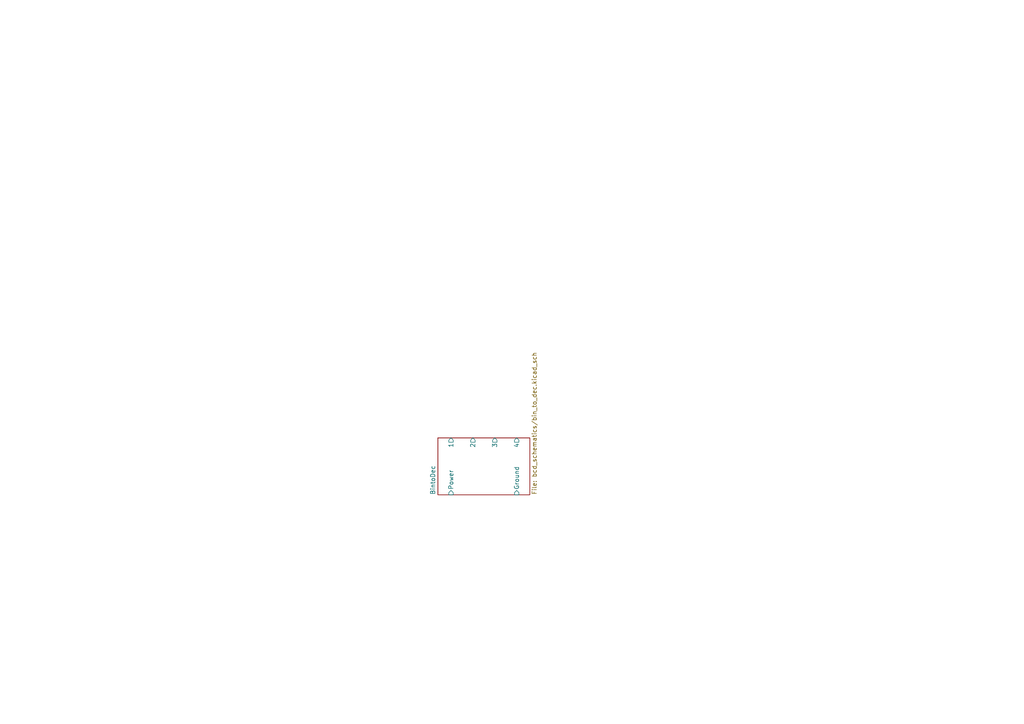
<source format=kicad_sch>
(kicad_sch
	(version 20250114)
	(generator "eeschema")
	(generator_version "9.0")
	(uuid "e9e6822e-c574-4b77-8c9b-88bda51f8fb0")
	(paper "A4")
	(lib_symbols)
	(sheet
		(at 127 127)
		(size 26.67 16.51)
		(exclude_from_sim no)
		(in_bom yes)
		(on_board yes)
		(dnp no)
		(fields_autoplaced yes)
		(stroke
			(width 0.1524)
			(type solid)
		)
		(fill
			(color 0 0 0 0.0000)
		)
		(uuid "3fbbbe6f-9146-401c-98f9-afa74484dcc2")
		(property "Sheetname" "BintoDec"
			(at 126.2884 143.51 90)
			(effects
				(font
					(size 1.27 1.27)
				)
				(justify left bottom)
			)
		)
		(property "Sheetfile" "bcd_schematics/bin_to_dec.kicad_sch"
			(at 154.2546 143.51 90)
			(effects
				(font
					(size 1.27 1.27)
				)
				(justify left top)
			)
		)
		(pin "Power" input
			(at 130.81 143.51 270)
			(uuid "a6e95b75-366b-48f6-adcd-26107b174fe6")
			(effects
				(font
					(size 1.27 1.27)
				)
				(justify left)
			)
		)
		(pin "1" output
			(at 130.81 127 90)
			(uuid "ca3b5e11-be15-4a78-922c-eac4831f69e5")
			(effects
				(font
					(size 1.27 1.27)
				)
				(justify right)
			)
		)
		(pin "2" output
			(at 137.16 127 90)
			(uuid "f63d6518-9be5-4ee0-90d7-0db31ed8678e")
			(effects
				(font
					(size 1.27 1.27)
				)
				(justify right)
			)
		)
		(pin "3" output
			(at 143.51 127 90)
			(uuid "42f46c63-86fa-45f4-8950-b76d551ba7d0")
			(effects
				(font
					(size 1.27 1.27)
				)
				(justify right)
			)
		)
		(pin "4" output
			(at 149.86 127 90)
			(uuid "c4d10ef7-2f5a-49f6-a82c-298678d80037")
			(effects
				(font
					(size 1.27 1.27)
				)
				(justify right)
			)
		)
		(pin "Ground" input
			(at 149.86 143.51 270)
			(uuid "9b6dc423-5cf6-4e3f-a027-ecd7cc655572")
			(effects
				(font
					(size 1.27 1.27)
				)
				(justify left)
			)
		)
		(instances
			(project "mainpage"
				(path "/e9e6822e-c574-4b77-8c9b-88bda51f8fb0"
					(page "2")
				)
			)
		)
	)
	(sheet_instances
		(path "/"
			(page "1")
		)
	)
	(embedded_fonts no)
)

</source>
